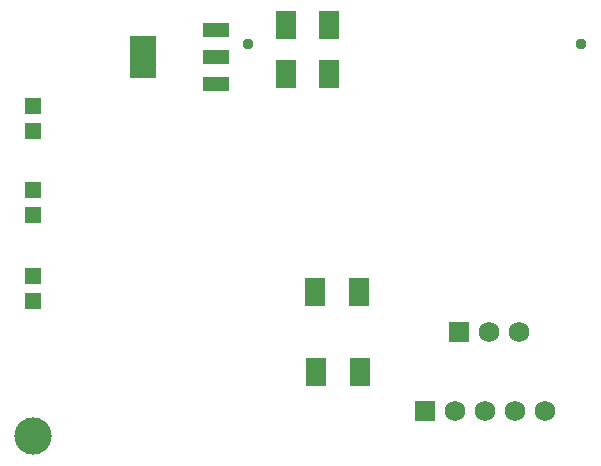
<source format=gts>
G04 Rezonit PCAD EXPORT*
G04 layer position = 2*
G04 layer base position = 2*
G04 layer type = 8*
G04 layer flash color = 10*
G04 layer line color = 11*
G04*
G04  File:            M_RPL_9092_R1.GTS, Thu Sep 14 14:30:09 2023*
G04  Source:          P-CAD 2006 PCB, Version 19.02.958, (S:\Ïðîåêòû\GIT\R_DX_DXE_âçðûâîçàùèùåííûé_ïóëüò\Pcb\Pcad\M_Rpl_9092_r1.pcb)*
G04  Format:          Gerber Format (RS-274-D), ASCII*
G04*
G04  Format Options:  Absolute Positioning*
G04                   Leading-Zero Suppression*
G04                   Scale Factor 1:1*
G04                   NO Circular Interpolation*
G04                   Millimeter Units*
G04                   Numeric Format: 4.4 (XXXX.XXXX)*
G04                   G54 NOT Used for Aperture Change*
G04                   Apertures Embedded*
G04*
G04  File Options:    Offset = (0.000mm,0.000mm)*
G04                   Drill Symbol Size = 0.000mm*
G04                   No Pad/Via Holes*
G04*
G04  File Contents:   Pads*
G04                   No Vias*
G04                   No Designators*
G04                   No Types*
G04                   No Values*
G04                   No Drill Symbols*
G04                   Top Mask*
G04*
%INM_RPL_9092_R1.GTS*%
%ICAS*%
%MOMM*%
G04*
G04  Aperture MACROs for general use --- invoked via D-code assignment *
G04*
G04  General MACRO for flashed round with rotation and/or offset hole *
%AMROTOFFROUND*
1,1,$1,0.0000,0.0000*
1,0,$2,$3,$4*%
G04*
G04  General MACRO for flashed oval (obround) with rotation and/or offset hole *
%AMROTOFFOVAL*
21,1,$1,$2,0.0000,0.0000,$3*
1,1,$4,$5,$6*
1,1,$4,0-$5,0-$6*
1,0,$7,$8,$9*%
G04*
G04  General MACRO for flashed oval (obround) with rotation and no hole *
%AMROTOVALNOHOLE*
21,1,$1,$2,0.0000,0.0000,$3*
1,1,$4,$5,$6*
1,1,$4,0-$5,0-$6*%
G04*
G04  General MACRO for flashed rectangle with rotation and/or offset hole *
%AMROTOFFRECT*
21,1,$1,$2,0.0000,0.0000,$3*
1,0,$4,$5,$6*%
G04*
G04  General MACRO for flashed rectangle with rotation and no hole *
%AMROTRECTNOHOLE*
21,1,$1,$2,0.0000,0.0000,$3*%
G04*
G04  General MACRO for flashed rounded-rectangle *
%AMROUNDRECT*
21,1,$1,$2-$4,0.0000,0.0000,$3*
21,1,$1-$4,$2,0.0000,0.0000,$3*
1,1,$4,$5,$6*
1,1,$4,$7,$8*
1,1,$4,0-$5,0-$6*
1,1,$4,0-$7,0-$8*
1,0,$9,$10,$11*%
G04*
G04  General MACRO for flashed rounded-rectangle with rotation and no hole *
%AMROUNDRECTNOHOLE*
21,1,$1,$2-$4,0.0000,0.0000,$3*
21,1,$1-$4,$2,0.0000,0.0000,$3*
1,1,$4,$5,$6*
1,1,$4,$7,$8*
1,1,$4,0-$5,0-$6*
1,1,$4,0-$7,0-$8*%
G04*
G04  General MACRO for flashed regular polygon *
%AMREGPOLY*
5,1,$1,0.0000,0.0000,$2,$3+$4*
1,0,$5,$6,$7*%
G04*
G04  General MACRO for flashed regular polygon with no hole *
%AMREGPOLYNOHOLE*
5,1,$1,0.0000,0.0000,$2,$3+$4*%
G04*
G04  General MACRO for target *
%AMTARGET*
6,0,0,$1,$2,$3,4,$4,$5,$6*%
G04*
G04  General MACRO for mounting hole *
%AMMTHOLE*
1,1,$1,0,0*
1,0,$2,0,0*
$1=$1-$2*
$1=$1/2*
21,1,$2+$1,$3,0,0,$4*
21,1,$3,$2+$1,0,0,$4*%
G04*
G04*
G04  D10 : "Ellipse X0.001mm Y0.001mm H0.000mm 0.0deg (0.000mm,0.000mm) Draw"*
G04  Disc: OuterDia=0.0010*
%ADD10C, 0.0010*%
G04  D11 : "Ellipse X0.254mm Y0.254mm H0.000mm 0.0deg (0.000mm,0.000mm) Draw"*
G04  Disc: OuterDia=0.2540*
%ADD11C, 0.2540*%
G04  D12 : "Ellipse X0.381mm Y0.381mm H0.000mm 0.0deg (0.000mm,0.000mm) Draw"*
G04  Disc: OuterDia=0.3810*
%ADD12C, 0.3810*%
G04  D13 : "Ellipse X0.400mm Y0.400mm H0.000mm 0.0deg (0.000mm,0.000mm) Draw"*
G04  Disc: OuterDia=0.4000*
%ADD13C, 0.4000*%
G04  D14 : "Ellipse X0.100mm Y0.100mm H0.000mm 0.0deg (0.000mm,0.000mm) Draw"*
G04  Disc: OuterDia=0.1000*
%ADD14C, 0.1000*%
G04  D15 : "Ellipse X1.000mm Y1.000mm H0.000mm 0.0deg (0.000mm,0.000mm) Draw"*
G04  Disc: OuterDia=1.0000*
%ADD15C, 1.0000*%
G04  D16 : "Ellipse X0.127mm Y0.127mm H0.000mm 0.0deg (0.000mm,0.000mm) Draw"*
G04  Disc: OuterDia=0.1270*
%ADD16C, 0.1270*%
G04  D17 : "Ellipse X0.150mm Y0.150mm H0.000mm 0.0deg (0.000mm,0.000mm) Draw"*
G04  Disc: OuterDia=0.1500*
%ADD17C, 0.1500*%
G04  D18 : "Ellipse X0.154mm Y0.154mm H0.000mm 0.0deg (0.000mm,0.000mm) Draw"*
G04  Disc: OuterDia=0.1540*
%ADD18C, 0.1540*%
G04  D19 : "Ellipse X0.200mm Y0.200mm H0.000mm 0.0deg (0.000mm,0.000mm) Draw"*
G04  Disc: OuterDia=0.2000*
%ADD19C, 0.2000*%
G04  D20 : "Ellipse X0.250mm Y0.250mm H0.000mm 0.0deg (0.000mm,0.000mm) Draw"*
G04  Disc: OuterDia=0.2500*
%ADD20C, 0.2500*%
G04  D21 : "Ellipse X3.152mm Y3.152mm H0.000mm 0.0deg (0.000mm,0.000mm) Flash"*
G04  Disc: OuterDia=3.1520*
%ADD21C, 3.1520*%
G04  D22 : "Ellipse X0.952mm Y0.952mm H0.000mm 0.0deg (0.000mm,0.000mm) Flash"*
G04  Disc: OuterDia=0.9520*
%ADD22C, 0.9520*%
G04  D23 : "Ellipse X1.524mm Y1.524mm H0.000mm 0.0deg (0.000mm,0.000mm) Flash"*
G04  Disc: OuterDia=1.5240*
%ADD23C, 1.5240*%
G04  D24 : "Ellipse X1.600mm Y1.600mm H0.000mm 0.0deg (0.000mm,0.000mm) Flash"*
G04  Disc: OuterDia=1.6000*
%ADD24C, 1.6000*%
G04  D25 : "Ellipse X1.676mm Y1.676mm H0.000mm 0.0deg (0.000mm,0.000mm) Flash"*
G04  Disc: OuterDia=1.6760*
%ADD25C, 1.6760*%
G04  D26 : "Ellipse X1.752mm Y1.752mm H0.000mm 0.0deg (0.000mm,0.000mm) Flash"*
G04  Disc: OuterDia=1.7520*
%ADD26C, 1.7520*%
G04  D27 : "Mounting Hole X3.000mm Y3.000mm H0.000mm 0.0deg (0.000mm,0.000mm) Flash"*
G04  Mounting Hole: Diameter=3.0000, Rotation=0.0, LineWidth=0.1270 *
%ADD27MTHOLE, 3.0000 X2.4920 X0.1270 X0.0*%
G04  D28 : "Mounting Hole X0.800mm Y0.800mm H0.000mm 0.0deg (0.000mm,0.000mm) Flash"*
G04  Mounting Hole: Diameter=0.8000, Rotation=0.0, LineWidth=0.1270 *
%ADD28MTHOLE, 0.8000 X0.2920 X0.1270 X0.0*%
G04  D29 : "Oval X0.500mm Y2.600mm H0.000mm 0.0deg (0.000mm,0.000mm) Flash"*
G04  Obround: DimX=0.5000, DimY=2.6000, Rotation=0.0, OffsetX=0.0000, OffsetY=0.0000, HoleDia=0.0000 *
%ADD29O, 0.5000 X2.6000*%
G04  D30 : "Oval X0.652mm Y2.752mm H0.000mm 0.0deg (0.000mm,0.000mm) Flash"*
G04  Obround: DimX=0.6520, DimY=2.7520, Rotation=0.0, OffsetX=0.0000, OffsetY=0.0000, HoleDia=0.0000 *
%ADD30O, 0.6520 X2.7520*%
G04  D31 : "Oval X0.280mm Y1.000mm H0.000mm 135.0deg (0.000mm,0.000mm) Flash"*
G04  Obround: DimX=0.2800, DimY=1.0000, Rotation=135.0, OffsetX=0.0000, OffsetY=0.0000, HoleDia=0.0000 *
%ADD31ROTOVALNOHOLE, 0.2800 X0.7200 X135.0 X0.2800 X0.2546 X0.2546*%
G04  D32 : "Oval X0.280mm Y1.000mm H0.000mm 225.0deg (0.000mm,0.000mm) Flash"*
G04  Obround: DimX=0.2800, DimY=1.0000, Rotation=225.0, OffsetX=0.0000, OffsetY=0.0000, HoleDia=0.0000 *
%ADD32ROTOVALNOHOLE, 0.2800 X0.7200 X225.0 X0.2800 X-0.2546 X0.2546*%
G04  D33 : "Oval X0.432mm Y1.152mm H0.000mm 135.0deg (0.000mm,0.000mm) Flash"*
G04  Obround: DimX=0.4320, DimY=1.1520, Rotation=135.0, OffsetX=0.0000, OffsetY=0.0000, HoleDia=0.0000 *
%ADD33ROTOVALNOHOLE, 0.4320 X0.7200 X135.0 X0.4320 X0.2546 X0.2546*%
G04  D34 : "Oval X0.432mm Y1.152mm H0.000mm 225.0deg (0.000mm,0.000mm) Flash"*
G04  Obround: DimX=0.4320, DimY=1.1520, Rotation=225.0, OffsetX=0.0000, OffsetY=0.0000, HoleDia=0.0000 *
%ADD34ROTOVALNOHOLE, 0.4320 X0.7200 X225.0 X0.4320 X-0.2546 X0.2546*%
G04  D35 : "Oval X2.032mm Y0.660mm H0.000mm 0.0deg (0.000mm,0.000mm) Flash"*
G04  Obround: DimX=2.0320, DimY=0.6604, Rotation=0.0, OffsetX=0.0000, OffsetY=0.0000, HoleDia=0.0000 *
%ADD35O, 2.0320 X0.6604*%
G04  D36 : "Oval X0.660mm Y2.032mm H0.000mm 0.0deg (0.000mm,0.000mm) Flash"*
G04  Obround: DimX=0.6604, DimY=2.0320, Rotation=0.0, OffsetX=0.0000, OffsetY=0.0000, HoleDia=0.0000 *
%ADD36O, 0.6604 X2.0320*%
G04  D37 : "Oval X2.184mm Y0.812mm H0.000mm 0.0deg (0.000mm,0.000mm) Flash"*
G04  Obround: DimX=2.1840, DimY=0.8124, Rotation=0.0, OffsetX=0.0000, OffsetY=0.0000, HoleDia=0.0000 *
%ADD37O, 2.1840 X0.8124*%
G04  D38 : "Oval X0.812mm Y2.184mm H0.000mm 0.0deg (0.000mm,0.000mm) Flash"*
G04  Obround: DimX=0.8124, DimY=2.1840, Rotation=0.0, OffsetX=0.0000, OffsetY=0.0000, HoleDia=0.0000 *
%ADD38O, 0.8124 X2.1840*%
G04  D39 : "Rounded Rectangle X3.200mm Y3.200mm H0.000mm 225.0deg (0.000mm,0.000mm) Flash"*
G04  RoundRct: DimX=3.2000, DimY=3.2000, CornerRad=0.8000, Rotation=225.0, OffsetX=0.0000, OffsetY=0.0000, HoleDia=0.0000 *
%ADD39ROUNDRECTNOHOLE, 3.2000 X3.2000 X225.0 X1.6000 X0.0000 X1.1314 X1.1314 X-0.0000*%
G04  D40 : "Rounded Rectangle X3.352mm Y3.352mm H0.000mm 225.0deg (0.000mm,0.000mm) Flash"*
G04  RoundRct: DimX=3.3520, DimY=3.3520, CornerRad=0.8380, Rotation=225.0, OffsetX=0.0000, OffsetY=0.0000, HoleDia=0.0000 *
%ADD40ROUNDRECTNOHOLE, 3.3520 X3.3520 X225.0 X1.6760 X0.0000 X1.1851 X1.1851 X-0.0000*%
G04  D41 : "Rounded Rectangle X1.500mm Y0.660mm H0.000mm 0.0deg (0.000mm,0.000mm) Flash"*
G04  RoundRct: DimX=1.5000, DimY=0.6604, CornerRad=0.1651, Rotation=0.0, OffsetX=0.0000, OffsetY=0.0000, HoleDia=0.0000 *
%ADD41ROUNDRECTNOHOLE, 1.5000 X0.6604 X0.0 X0.3302 X-0.5849 X-0.1651 X-0.5849 X0.1651*%
G04  D42 : "Rounded Rectangle X1.652mm Y0.812mm H0.000mm 0.0deg (0.000mm,0.000mm) Flash"*
G04  RoundRct: DimX=1.6520, DimY=0.8124, CornerRad=0.2031, Rotation=0.0, OffsetX=0.0000, OffsetY=0.0000, HoleDia=0.0000 *
%ADD42ROUNDRECTNOHOLE, 1.6520 X0.8124 X0.0 X0.4062 X-0.6229 X-0.2031 X-0.6229 X0.2031*%
G04  D43 : "Rectangle X0.500mm Y2.600mm H0.000mm 0.0deg (0.000mm,0.000mm) Flash"*
G04  Rectangular: DimX=0.5000, DimY=2.6000, Rotation=0.0, OffsetX=0.0000, OffsetY=0.0000, HoleDia=0.0000 *
%ADD43R, 0.5000 X2.6000*%
G04  D44 : "Rectangle X0.652mm Y2.752mm H0.000mm 0.0deg (0.000mm,0.000mm) Flash"*
G04  Rectangular: DimX=0.6520, DimY=2.7520, Rotation=0.0, OffsetX=0.0000, OffsetY=0.0000, HoleDia=0.0000 *
%ADD44R, 0.6520 X2.7520*%
G04  D45 : "Rectangle X0.280mm Y1.000mm H0.000mm 225.0deg (0.000mm,0.000mm) Flash"*
G04  Rectangular: DimX=0.2800, DimY=1.0000, Rotation=225.0, OffsetX=0.0000, OffsetY=0.0000, HoleDia=0.0000 *
%ADD45ROTRECTNOHOLE, 0.2800 X1.0000 X225.0*%
G04  D46 : "Rectangle X2.150mm Y3.500mm H0.000mm 0.0deg (0.000mm,0.000mm) Flash"*
G04  Rectangular: DimX=2.1500, DimY=3.5000, Rotation=0.0, OffsetX=0.0000, OffsetY=0.0000, HoleDia=0.0000 *
%ADD46R, 2.1500 X3.5000*%
G04  D47 : "Rectangle X2.302mm Y3.652mm H0.000mm 0.0deg (0.000mm,0.000mm) Flash"*
G04  Rectangular: DimX=2.3020, DimY=3.6520, Rotation=0.0, OffsetX=0.0000, OffsetY=0.0000, HoleDia=0.0000 *
%ADD47R, 2.3020 X3.6520*%
G04  D48 : "Rectangle X0.402mm Y1.752mm H0.000mm 0.0deg (0.000mm,0.000mm) Flash"*
G04  Rectangular: DimX=0.4020, DimY=1.7520, Rotation=0.0, OffsetX=0.0000, OffsetY=0.0000, HoleDia=0.0000 *
%ADD48R, 0.4020 X1.7520*%
G04  D49 : "Rectangle X1.752mm Y0.402mm H0.000mm 0.0deg (0.000mm,0.000mm) Flash"*
G04  Rectangular: DimX=1.7520, DimY=0.4020, Rotation=0.0, OffsetX=0.0000, OffsetY=0.0000, HoleDia=0.0000 *
%ADD49R, 1.7520 X0.4020*%
G04  D50 : "Rectangle X0.432mm Y1.152mm H0.000mm 225.0deg (0.000mm,0.000mm) Flash"*
G04  Rectangular: DimX=0.4320, DimY=1.1520, Rotation=225.0, OffsetX=0.0000, OffsetY=0.0000, HoleDia=0.0000 *
%ADD50ROTRECTNOHOLE, 0.4320 X1.1520 X225.0*%
G04  D51 : "Rectangle X1.100mm Y4.600mm H0.000mm 0.0deg (0.000mm,0.000mm) Flash"*
G04  Rectangular: DimX=1.1000, DimY=4.6000, Rotation=0.0, OffsetX=0.0000, OffsetY=0.0000, HoleDia=0.0000 *
%ADD51R, 1.1000 X4.6000*%
G04  D52 : "Rectangle X1.252mm Y4.752mm H0.000mm 0.0deg (0.000mm,0.000mm) Flash"*
G04  Rectangular: DimX=1.2520, DimY=4.7520, Rotation=0.0, OffsetX=0.0000, OffsetY=0.0000, HoleDia=0.0000 *
%ADD52R, 1.2520 X4.7520*%
G04  D53 : "Rectangle X1.100mm Y1.200mm H0.000mm 0.0deg (0.000mm,0.000mm) Flash"*
G04  Rectangular: DimX=1.1000, DimY=1.2000, Rotation=0.0, OffsetX=0.0000, OffsetY=0.0000, HoleDia=0.0000 *
%ADD53R, 1.1000 X1.2000*%
G04  D54 : "Rectangle X1.200mm Y1.100mm H0.000mm 0.0deg (0.000mm,0.000mm) Flash"*
G04  Rectangular: DimX=1.2000, DimY=1.1000, Rotation=0.0, OffsetX=0.0000, OffsetY=0.0000, HoleDia=0.0000 *
%ADD54R, 1.2000 X1.1000*%
G04  D55 : "Rectangle X2.150mm Y1.100mm H0.000mm 0.0deg (0.000mm,0.000mm) Flash"*
G04  Rectangular: DimX=2.1500, DimY=1.1000, Rotation=0.0, OffsetX=0.0000, OffsetY=0.0000, HoleDia=0.0000 *
%ADD55R, 2.1500 X1.1000*%
G04  D56 : "Rectangle X2.150mm Y1.100mm H0.000mm 0.0deg (0.000mm,0.000mm) Flash"*
G04  Rectangular: DimX=2.1500, DimY=1.1000, Rotation=0.0, OffsetX=0.0000, OffsetY=0.0000, HoleDia=0.0000 *
%ADD56R, 2.1500 X1.1000*%
G04  D57 : "Rectangle X1.200mm Y1.200mm H0.000mm 0.0deg (0.000mm,0.000mm) Flash"*
G04  Square: Side=1.2000, Rotation=0.0, OffsetX=0.0000, OffsetY=0.0000, HoleDia=0.0000*
%ADD57R, 1.2000 X1.2000*%
G04  D58 : "Rectangle X1.252mm Y1.352mm H0.000mm 0.0deg (0.000mm,0.000mm) Flash"*
G04  Rectangular: DimX=1.2520, DimY=1.3520, Rotation=0.0, OffsetX=0.0000, OffsetY=0.0000, HoleDia=0.0000 *
%ADD58R, 1.2520 X1.3520*%
G04  D59 : "Rectangle X1.352mm Y1.252mm H0.000mm 0.0deg (0.000mm,0.000mm) Flash"*
G04  Rectangular: DimX=1.3520, DimY=1.2520, Rotation=0.0, OffsetX=0.0000, OffsetY=0.0000, HoleDia=0.0000 *
%ADD59R, 1.3520 X1.2520*%
G04  D60 : "Rectangle X2.302mm Y1.252mm H0.000mm 0.0deg (0.000mm,0.000mm) Flash"*
G04  Rectangular: DimX=2.3020, DimY=1.2520, Rotation=0.0, OffsetX=0.0000, OffsetY=0.0000, HoleDia=0.0000 *
%ADD60R, 2.3020 X1.2520*%
G04  D61 : "Rectangle X2.302mm Y1.252mm H0.000mm 0.0deg (0.000mm,0.000mm) Flash"*
G04  Rectangular: DimX=2.3020, DimY=1.2520, Rotation=0.0, OffsetX=0.0000, OffsetY=0.0000, HoleDia=0.0000 *
%ADD61R, 2.3020 X1.2520*%
G04  D62 : "Rectangle X1.352mm Y1.352mm H0.000mm 0.0deg (0.000mm,0.000mm) Flash"*
G04  Square: Side=1.3520, Rotation=0.0, OffsetX=0.0000, OffsetY=0.0000, HoleDia=0.0000*
%ADD62R, 1.3520 X1.3520*%
G04  D63 : "Rectangle X1.500mm Y0.660mm H0.000mm 0.0deg (0.000mm,0.000mm) Flash"*
G04  Rectangular: DimX=1.5000, DimY=0.6604, Rotation=0.0, OffsetX=0.0000, OffsetY=0.0000, HoleDia=0.0000 *
%ADD63R, 1.5000 X0.6604*%
G04  D64 : "Rectangle X1.600mm Y1.600mm H0.000mm 0.0deg (0.000mm,0.000mm) Flash"*
G04  Square: Side=1.6000, Rotation=0.0, OffsetX=0.0000, OffsetY=0.0000, HoleDia=0.0000*
%ADD64R, 1.6000 X1.6000*%
G04  D65 : "Rectangle X1.652mm Y0.812mm H0.000mm 0.0deg (0.000mm,0.000mm) Flash"*
G04  Rectangular: DimX=1.6520, DimY=0.8124, Rotation=0.0, OffsetX=0.0000, OffsetY=0.0000, HoleDia=0.0000 *
%ADD65R, 1.6520 X0.8124*%
G04  D66 : "Rectangle X1.752mm Y1.752mm H0.000mm 0.0deg (0.000mm,0.000mm) Flash"*
G04  Square: Side=1.7520, Rotation=0.0, OffsetX=0.0000, OffsetY=0.0000, HoleDia=0.0000*
%ADD66R, 1.7520 X1.7520*%
G04  D67 : "Rectangle X2.032mm Y0.660mm H0.000mm 0.0deg (0.000mm,0.000mm) Flash"*
G04  Rectangular: DimX=2.0320, DimY=0.6604, Rotation=0.0, OffsetX=0.0000, OffsetY=0.0000, HoleDia=0.0000 *
%ADD67R, 2.0320 X0.6604*%
G04  D68 : "Rectangle X0.660mm Y2.032mm H0.000mm 0.0deg (0.000mm,0.000mm) Flash"*
G04  Rectangular: DimX=0.6604, DimY=2.0320, Rotation=0.0, OffsetX=0.0000, OffsetY=0.0000, HoleDia=0.0000 *
%ADD68R, 0.6604 X2.0320*%
G04  D69 : "Rectangle X2.184mm Y0.812mm H0.000mm 0.0deg (0.000mm,0.000mm) Flash"*
G04  Rectangular: DimX=2.1840, DimY=0.8124, Rotation=0.0, OffsetX=0.0000, OffsetY=0.0000, HoleDia=0.0000 *
%ADD69R, 2.1840 X0.8124*%
G04  D70 : "Rectangle X0.812mm Y2.184mm H0.000mm 0.0deg (0.000mm,0.000mm) Flash"*
G04  Rectangular: DimX=0.8124, DimY=2.1840, Rotation=0.0, OffsetX=0.0000, OffsetY=0.0000, HoleDia=0.0000 *
%ADD70R, 0.8124 X2.1840*%
G04  D71 : "Rectangle X1.600mm Y2.200mm H0.000mm 0.0deg (0.000mm,0.000mm) Flash"*
G04  Rectangular: DimX=1.6000, DimY=2.2000, Rotation=0.0, OffsetX=0.0000, OffsetY=0.0000, HoleDia=0.0000 *
%ADD71R, 1.6000 X2.2000*%
G04  D72 : "Rectangle X0.250mm Y1.600mm H0.000mm 0.0deg (0.000mm,0.000mm) Flash"*
G04  Rectangular: DimX=0.2500, DimY=1.6000, Rotation=0.0, OffsetX=0.0000, OffsetY=0.0000, HoleDia=0.0000 *
%ADD72R, 0.2500 X1.6000*%
G04  D73 : "Rectangle X1.600mm Y0.250mm H0.000mm 0.0deg (0.000mm,0.000mm) Flash"*
G04  Rectangular: DimX=1.6000, DimY=0.2500, Rotation=0.0, OffsetX=0.0000, OffsetY=0.0000, HoleDia=0.0000 *
%ADD73R, 1.6000 X0.2500*%
G04  D74 : "Rectangle X1.800mm Y2.400mm H0.000mm 0.0deg (0.000mm,0.000mm) Flash"*
G04  Rectangular: DimX=1.8000, DimY=2.4000, Rotation=0.0, OffsetX=0.0000, OffsetY=0.0000, HoleDia=0.0000 *
%ADD74R, 1.8000 X2.4000*%
G04  D75 : "Ellipse X1.000mm Y1.000mm H0.000mm 0.0deg (0.000mm,0.000mm) Flash"*
G04  Disc: OuterDia=1.0000*
%ADD75C, 1.0000*%
G04  D76 : "Ellipse X1.152mm Y1.152mm H0.000mm 0.0deg (0.000mm,0.000mm) Flash"*
G04  Disc: OuterDia=1.1520*
%ADD76C, 1.1520*%
G04*
%FSLAX44Y44*%
%SFA1B1*%
%OFA0.000B0.000*%
G04*
G71*
G90*
G01*
D2*
%LNTop Mask*%
D21*
X6654000Y10154000D3*
D62*
Y10268500D3*
Y10289500D3*
Y10341500D3*
Y10362500D3*
Y10412500D3*
Y10433500D3*
D74*
X6868000Y10461000D3*
X6904800D3*
X6930000Y10276000D3*
X6893200D3*
X6930500Y10208500D3*
X6893700D3*
X6868000Y10502000D3*
X6904800D3*
D26*
X7087600Y10175000D3*
X7062200D3*
X7011400D3*
D66*
X6986000D3*
D26*
X7036800D3*
X7065647Y10241980D3*
D66*
X7014847D3*
D26*
X7040247D3*
D60*
X6809000Y10452000D3*
D61*
Y10475000D3*
D60*
Y10498000D3*
D47*
X6747000Y10475000D3*
D22*
X6836000Y10486400D3*
X7118000D3*
D02M02*

</source>
